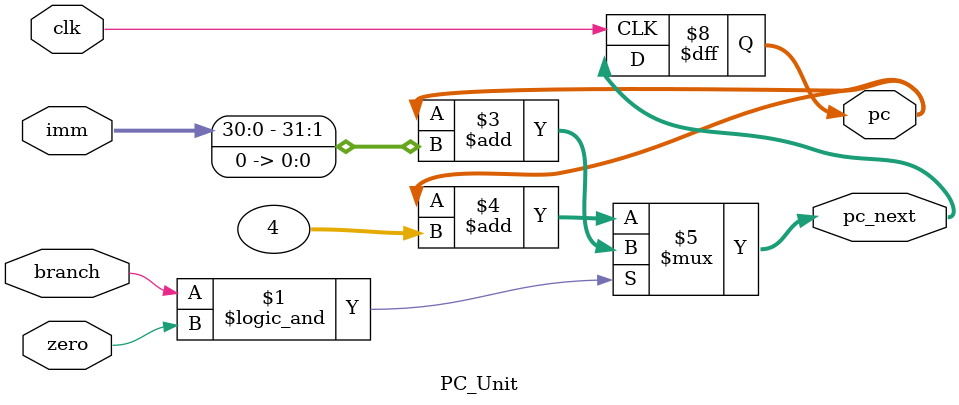
<source format=v>
`timescale 1ns / 1ps

module PC_Unit #(parameter WIDTH = 32,parameter MEM_SIZE=5) (
    input clk,branch,zero,
    input [WIDTH-1:0] imm,
    output reg [WIDTH-1:0] pc,
    output [WIDTH-1:0] pc_next
);

    assign pc_next= (branch && zero) ? (pc + (imm<<1)):(pc+4);
    
    initial begin
        pc=0;
    end

    always @ (posedge clk) begin
        // #10;
        pc<=pc_next;
    end

endmodule

</source>
